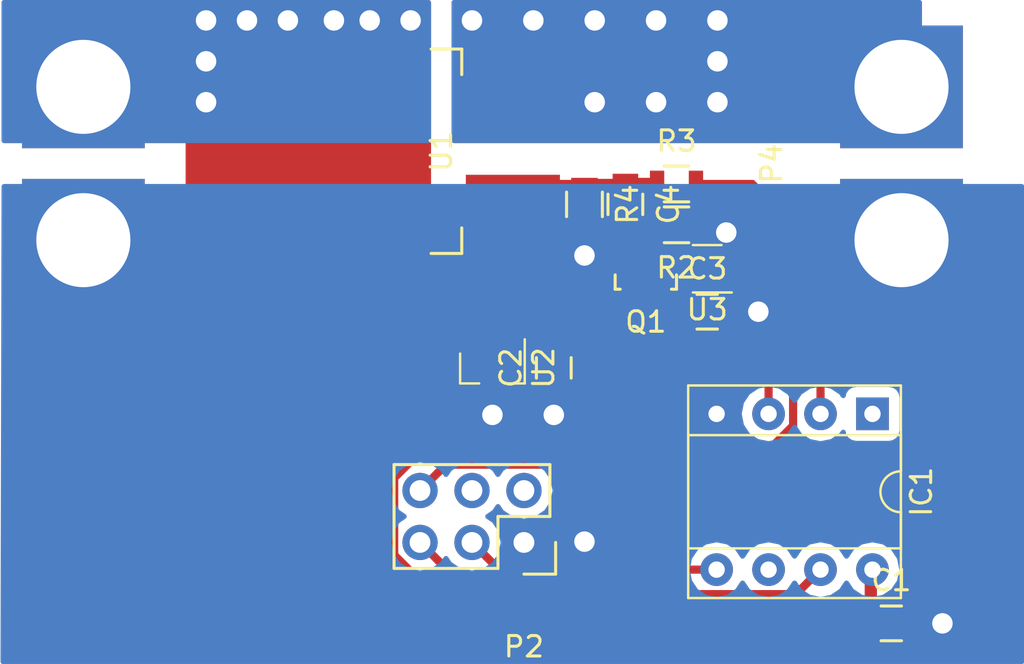
<source format=kicad_pcb>
(kicad_pcb (version 4) (host pcbnew 4.0.4-stable)

  (general
    (links 32)
    (no_connects 13)
    (area 109.675 80.599999 163.000001 114.675)
    (thickness 1.6)
    (drawings 0)
    (tracks 114)
    (zones 0)
    (modules 15)
    (nets 13)
  )

  (page A4)
  (layers
    (0 F.Cu signal)
    (31 B.Cu signal)
    (32 B.Adhes user)
    (33 F.Adhes user)
    (34 B.Paste user)
    (35 F.Paste user)
    (36 B.SilkS user hide)
    (37 F.SilkS user hide)
    (38 B.Mask user)
    (39 F.Mask user)
    (40 Dwgs.User user)
    (41 Cmts.User user)
    (42 Eco1.User user)
    (43 Eco2.User user)
    (44 Edge.Cuts user)
    (45 Margin user)
    (46 B.CrtYd user)
    (47 F.CrtYd user)
    (48 B.Fab user hide)
    (49 F.Fab user hide)
  )

  (setup
    (last_trace_width 0.6)
    (user_trace_width 0.4)
    (user_trace_width 0.5)
    (user_trace_width 0.6)
    (user_trace_width 1)
    (user_trace_width 2)
    (user_trace_width 3)
    (user_trace_width 4)
    (user_trace_width 5)
    (trace_clearance 0.2)
    (zone_clearance 0.508)
    (zone_45_only no)
    (trace_min 0.2)
    (segment_width 0.2)
    (edge_width 0.15)
    (via_size 0.6)
    (via_drill 0.4)
    (via_min_size 0.4)
    (via_min_drill 0.3)
    (user_via 1.4 1)
    (uvia_size 0.3)
    (uvia_drill 0.1)
    (uvias_allowed no)
    (uvia_min_size 0.2)
    (uvia_min_drill 0.1)
    (pcb_text_width 0.3)
    (pcb_text_size 1.5 1.5)
    (mod_edge_width 0.15)
    (mod_text_size 1 1)
    (mod_text_width 0.15)
    (pad_size 1.524 1.524)
    (pad_drill 0.762)
    (pad_to_mask_clearance 0.2)
    (aux_axis_origin 0 0)
    (visible_elements 7FFFFFFF)
    (pcbplotparams
      (layerselection 0x01000_00000001)
      (usegerberextensions false)
      (excludeedgelayer true)
      (linewidth 0.100000)
      (plotframeref false)
      (viasonmask false)
      (mode 1)
      (useauxorigin false)
      (hpglpennumber 1)
      (hpglpenspeed 20)
      (hpglpendiameter 15)
      (hpglpenoverlay 2)
      (psnegative false)
      (psa4output false)
      (plotreference true)
      (plotvalue true)
      (plotinvisibletext false)
      (padsonsilk false)
      (subtractmaskfromsilk false)
      (outputformat 1)
      (mirror false)
      (drillshape 0)
      (scaleselection 1)
      (outputdirectory ../../../../media/mdh/KINGSTON/))
  )

  (net 0 "")
  (net 1 "Net-(Q1-Pad1)")
  (net 2 GND)
  (net 3 VCC)
  (net 4 /Out)
  (net 5 /IN)
  (net 6 /Ifb)
  (net 7 /SDA)
  (net 8 "Net-(IC1-Pad2)")
  (net 9 "Net-(IC1-Pad3)")
  (net 10 /SCL)
  (net 11 +5V)
  (net 12 /ENB)

  (net_class Default "This is the default net class."
    (clearance 0.2)
    (trace_width 0.25)
    (via_dia 0.6)
    (via_drill 0.4)
    (uvia_dia 0.3)
    (uvia_drill 0.1)
    (add_net +5V)
    (add_net /ENB)
    (add_net /IN)
    (add_net /Ifb)
    (add_net /Out)
    (add_net /SCL)
    (add_net /SDA)
    (add_net GND)
    (add_net "Net-(IC1-Pad2)")
    (add_net "Net-(IC1-Pad3)")
    (add_net "Net-(Q1-Pad1)")
    (add_net VCC)
  )

  (net_class BigVia ""
    (clearance 0.2)
    (trace_width 0.25)
    (via_dia 1.2)
    (via_drill 1)
    (uvia_dia 0.3)
    (uvia_drill 0.1)
  )

  (module Housings_DIP:DIP-8_W7.62mm_Socket (layer F.Cu) (tedit 586281B4) (tstamp 58769256)
    (at 155.58 101.25 270)
    (descr "8-lead dip package, row spacing 7.62 mm (300 mils), Socket")
    (tags "DIL DIP PDIP 2.54mm 7.62mm 300mil Socket")
    (path /5876925D)
    (fp_text reference IC1 (at 3.81 -2.39 270) (layer F.SilkS)
      (effects (font (size 1 1) (thickness 0.15)))
    )
    (fp_text value ATTINY45-P (at 3.81 10.01 270) (layer F.Fab)
      (effects (font (size 1 1) (thickness 0.15)))
    )
    (fp_arc (start 3.81 -1.39) (end 2.81 -1.39) (angle -180) (layer F.SilkS) (width 0.12))
    (fp_line (start 1.635 -1.27) (end 6.985 -1.27) (layer F.Fab) (width 0.1))
    (fp_line (start 6.985 -1.27) (end 6.985 8.89) (layer F.Fab) (width 0.1))
    (fp_line (start 6.985 8.89) (end 0.635 8.89) (layer F.Fab) (width 0.1))
    (fp_line (start 0.635 8.89) (end 0.635 -0.27) (layer F.Fab) (width 0.1))
    (fp_line (start 0.635 -0.27) (end 1.635 -1.27) (layer F.Fab) (width 0.1))
    (fp_line (start -1.27 -1.27) (end -1.27 8.89) (layer F.Fab) (width 0.1))
    (fp_line (start -1.27 8.89) (end 8.89 8.89) (layer F.Fab) (width 0.1))
    (fp_line (start 8.89 8.89) (end 8.89 -1.27) (layer F.Fab) (width 0.1))
    (fp_line (start 8.89 -1.27) (end -1.27 -1.27) (layer F.Fab) (width 0.1))
    (fp_line (start 2.81 -1.39) (end 1.04 -1.39) (layer F.SilkS) (width 0.12))
    (fp_line (start 1.04 -1.39) (end 1.04 9.01) (layer F.SilkS) (width 0.12))
    (fp_line (start 1.04 9.01) (end 6.58 9.01) (layer F.SilkS) (width 0.12))
    (fp_line (start 6.58 9.01) (end 6.58 -1.39) (layer F.SilkS) (width 0.12))
    (fp_line (start 6.58 -1.39) (end 4.81 -1.39) (layer F.SilkS) (width 0.12))
    (fp_line (start -1.39 -1.39) (end -1.39 9.01) (layer F.SilkS) (width 0.12))
    (fp_line (start -1.39 9.01) (end 9.01 9.01) (layer F.SilkS) (width 0.12))
    (fp_line (start 9.01 9.01) (end 9.01 -1.39) (layer F.SilkS) (width 0.12))
    (fp_line (start 9.01 -1.39) (end -1.39 -1.39) (layer F.SilkS) (width 0.12))
    (fp_line (start -1.7 -1.7) (end -1.7 9.3) (layer F.CrtYd) (width 0.05))
    (fp_line (start -1.7 9.3) (end 9.3 9.3) (layer F.CrtYd) (width 0.05))
    (fp_line (start 9.3 9.3) (end 9.3 -1.7) (layer F.CrtYd) (width 0.05))
    (fp_line (start 9.3 -1.7) (end -1.7 -1.7) (layer F.CrtYd) (width 0.05))
    (pad 1 thru_hole rect (at 0 0 270) (size 1.6 1.6) (drill 0.8) (layers *.Cu *.Mask))
    (pad 5 thru_hole oval (at 7.62 7.62 270) (size 1.6 1.6) (drill 0.8) (layers *.Cu *.Mask)
      (net 7 /SDA))
    (pad 2 thru_hole oval (at 0 2.54 270) (size 1.6 1.6) (drill 0.8) (layers *.Cu *.Mask)
      (net 8 "Net-(IC1-Pad2)"))
    (pad 6 thru_hole oval (at 7.62 5.08 270) (size 1.6 1.6) (drill 0.8) (layers *.Cu *.Mask))
    (pad 3 thru_hole oval (at 0 5.08 270) (size 1.6 1.6) (drill 0.8) (layers *.Cu *.Mask)
      (net 9 "Net-(IC1-Pad3)"))
    (pad 7 thru_hole oval (at 7.62 2.54 270) (size 1.6 1.6) (drill 0.8) (layers *.Cu *.Mask)
      (net 10 /SCL))
    (pad 4 thru_hole oval (at 0 7.62 270) (size 1.6 1.6) (drill 0.8) (layers *.Cu *.Mask)
      (net 2 GND))
    (pad 8 thru_hole oval (at 7.62 0 270) (size 1.6 1.6) (drill 0.8) (layers *.Cu *.Mask)
      (net 11 +5V))
    (model Housings_DIP.3dshapes/DIP-8_W7.62mm_Socket.wrl
      (at (xyz 0 0 0))
      (scale (xyz 1 1 1))
      (rotate (xyz 0 0 0))
    )
  )

  (module TO_SOT_Packages_SMD:SOT-23 (layer F.Cu) (tedit 553634F8) (tstamp 58357220)
    (at 144.5 94.5 180)
    (descr "SOT-23, Standard")
    (tags SOT-23)
    (path /587679DC)
    (attr smd)
    (fp_text reference Q1 (at 0 -2.25 180) (layer F.SilkS)
      (effects (font (size 1 1) (thickness 0.15)))
    )
    (fp_text value BSS138 (at 0 2.3 180) (layer F.Fab)
      (effects (font (size 1 1) (thickness 0.15)))
    )
    (fp_line (start -1.65 -1.6) (end 1.65 -1.6) (layer F.CrtYd) (width 0.05))
    (fp_line (start 1.65 -1.6) (end 1.65 1.6) (layer F.CrtYd) (width 0.05))
    (fp_line (start 1.65 1.6) (end -1.65 1.6) (layer F.CrtYd) (width 0.05))
    (fp_line (start -1.65 1.6) (end -1.65 -1.6) (layer F.CrtYd) (width 0.05))
    (fp_line (start 1.29916 -0.65024) (end 1.2509 -0.65024) (layer F.SilkS) (width 0.15))
    (fp_line (start -1.49982 0.0508) (end -1.49982 -0.65024) (layer F.SilkS) (width 0.15))
    (fp_line (start -1.49982 -0.65024) (end -1.2509 -0.65024) (layer F.SilkS) (width 0.15))
    (fp_line (start 1.29916 -0.65024) (end 1.49982 -0.65024) (layer F.SilkS) (width 0.15))
    (fp_line (start 1.49982 -0.65024) (end 1.49982 0.0508) (layer F.SilkS) (width 0.15))
    (pad 1 smd rect (at -0.95 1.00076 180) (size 0.8001 0.8001) (layers F.Cu F.Paste F.Mask)
      (net 1 "Net-(Q1-Pad1)"))
    (pad 2 smd rect (at 0.95 1.00076 180) (size 0.8001 0.8001) (layers F.Cu F.Paste F.Mask)
      (net 2 GND))
    (pad 3 smd rect (at 0 -0.99822 180) (size 0.8001 0.8001) (layers F.Cu F.Paste F.Mask)
      (net 5 /IN))
    (model TO_SOT_Packages_SMD.3dshapes/SOT-23.wrl
      (at (xyz 0 0 0))
      (scale (xyz 1 1 1))
      (rotate (xyz 0 0 0))
    )
  )

  (module Resistors_SMD:R_0805 (layer F.Cu) (tedit 58307B54) (tstamp 58767DFB)
    (at 146 92 180)
    (descr "Resistor SMD 0805, reflow soldering, Vishay (see dcrcw.pdf)")
    (tags "resistor 0805")
    (path /583570F7)
    (attr smd)
    (fp_text reference R2 (at 0 -2.1 180) (layer F.SilkS)
      (effects (font (size 1 1) (thickness 0.15)))
    )
    (fp_text value 4.7k (at 0 2.1 180) (layer F.Fab)
      (effects (font (size 1 1) (thickness 0.15)))
    )
    (fp_line (start -1 0.625) (end -1 -0.625) (layer F.Fab) (width 0.1))
    (fp_line (start 1 0.625) (end -1 0.625) (layer F.Fab) (width 0.1))
    (fp_line (start 1 -0.625) (end 1 0.625) (layer F.Fab) (width 0.1))
    (fp_line (start -1 -0.625) (end 1 -0.625) (layer F.Fab) (width 0.1))
    (fp_line (start -1.6 -1) (end 1.6 -1) (layer F.CrtYd) (width 0.05))
    (fp_line (start -1.6 1) (end 1.6 1) (layer F.CrtYd) (width 0.05))
    (fp_line (start -1.6 -1) (end -1.6 1) (layer F.CrtYd) (width 0.05))
    (fp_line (start 1.6 -1) (end 1.6 1) (layer F.CrtYd) (width 0.05))
    (fp_line (start 0.6 0.875) (end -0.6 0.875) (layer F.SilkS) (width 0.15))
    (fp_line (start -0.6 -0.875) (end 0.6 -0.875) (layer F.SilkS) (width 0.15))
    (pad 1 smd rect (at -0.95 0 180) (size 0.7 1.3) (layers F.Cu F.Paste F.Mask)
      (net 1 "Net-(Q1-Pad1)"))
    (pad 2 smd rect (at 0.95 0 180) (size 0.7 1.3) (layers F.Cu F.Paste F.Mask)
      (net 2 GND))
    (model Resistors_SMD.3dshapes/R_0805.wrl
      (at (xyz 0 0 0))
      (scale (xyz 1 1 1))
      (rotate (xyz 0 0 0))
    )
  )

  (module Resistors_SMD:R_0805 (layer F.Cu) (tedit 58307B54) (tstamp 58767E00)
    (at 146 90)
    (descr "Resistor SMD 0805, reflow soldering, Vishay (see dcrcw.pdf)")
    (tags "resistor 0805")
    (path /58357DFE)
    (attr smd)
    (fp_text reference R3 (at 0 -2.1) (layer F.SilkS)
      (effects (font (size 1 1) (thickness 0.15)))
    )
    (fp_text value 10k (at 0 2.1) (layer F.Fab)
      (effects (font (size 1 1) (thickness 0.15)))
    )
    (fp_line (start -1 0.625) (end -1 -0.625) (layer F.Fab) (width 0.1))
    (fp_line (start 1 0.625) (end -1 0.625) (layer F.Fab) (width 0.1))
    (fp_line (start 1 -0.625) (end 1 0.625) (layer F.Fab) (width 0.1))
    (fp_line (start -1 -0.625) (end 1 -0.625) (layer F.Fab) (width 0.1))
    (fp_line (start -1.6 -1) (end 1.6 -1) (layer F.CrtYd) (width 0.05))
    (fp_line (start -1.6 1) (end 1.6 1) (layer F.CrtYd) (width 0.05))
    (fp_line (start -1.6 -1) (end -1.6 1) (layer F.CrtYd) (width 0.05))
    (fp_line (start 1.6 -1) (end 1.6 1) (layer F.CrtYd) (width 0.05))
    (fp_line (start 0.6 0.875) (end -0.6 0.875) (layer F.SilkS) (width 0.15))
    (fp_line (start -0.6 -0.875) (end 0.6 -0.875) (layer F.SilkS) (width 0.15))
    (pad 1 smd rect (at -0.95 0) (size 0.7 1.3) (layers F.Cu F.Paste F.Mask)
      (net 6 /Ifb))
    (pad 2 smd rect (at 0.95 0) (size 0.7 1.3) (layers F.Cu F.Paste F.Mask)
      (net 8 "Net-(IC1-Pad2)"))
    (model Resistors_SMD.3dshapes/R_0805.wrl
      (at (xyz 0 0 0))
      (scale (xyz 1 1 1))
      (rotate (xyz 0 0 0))
    )
  )

  (module Resistors_SMD:R_0805 (layer F.Cu) (tedit 58307B54) (tstamp 58767E05)
    (at 141.5 91 270)
    (descr "Resistor SMD 0805, reflow soldering, Vishay (see dcrcw.pdf)")
    (tags "resistor 0805")
    (path /58357C8A)
    (attr smd)
    (fp_text reference R4 (at 0 -2.1 270) (layer F.SilkS)
      (effects (font (size 1 1) (thickness 0.15)))
    )
    (fp_text value 3.3k (at 0 2.1 270) (layer F.Fab)
      (effects (font (size 1 1) (thickness 0.15)))
    )
    (fp_line (start -1 0.625) (end -1 -0.625) (layer F.Fab) (width 0.1))
    (fp_line (start 1 0.625) (end -1 0.625) (layer F.Fab) (width 0.1))
    (fp_line (start 1 -0.625) (end 1 0.625) (layer F.Fab) (width 0.1))
    (fp_line (start -1 -0.625) (end 1 -0.625) (layer F.Fab) (width 0.1))
    (fp_line (start -1.6 -1) (end 1.6 -1) (layer F.CrtYd) (width 0.05))
    (fp_line (start -1.6 1) (end 1.6 1) (layer F.CrtYd) (width 0.05))
    (fp_line (start -1.6 -1) (end -1.6 1) (layer F.CrtYd) (width 0.05))
    (fp_line (start 1.6 -1) (end 1.6 1) (layer F.CrtYd) (width 0.05))
    (fp_line (start 0.6 0.875) (end -0.6 0.875) (layer F.SilkS) (width 0.15))
    (fp_line (start -0.6 -0.875) (end 0.6 -0.875) (layer F.SilkS) (width 0.15))
    (pad 1 smd rect (at -0.95 0 270) (size 0.7 1.3) (layers F.Cu F.Paste F.Mask)
      (net 6 /Ifb))
    (pad 2 smd rect (at 0.95 0 270) (size 0.7 1.3) (layers F.Cu F.Paste F.Mask)
      (net 2 GND))
    (model Resistors_SMD.3dshapes/R_0805.wrl
      (at (xyz 0 0 0))
      (scale (xyz 1 1 1))
      (rotate (xyz 0 0 0))
    )
  )

  (module KiCad-MDH-IC:TO-263-!3 (layer F.Cu) (tedit 5844163F) (tstamp 58767E0A)
    (at 138 88.4 180)
    (descr "D2PAK / TO-263 3-lead smd package")
    (tags "D2PAK D2PAK-3 TO-263AB TO-263")
    (path /583564EC)
    (attr smd)
    (fp_text reference U1 (at 3.5 0 270) (layer F.SilkS)
      (effects (font (size 1 1) (thickness 0.15)))
    )
    (fp_text value AUIPS7111S (at 15.25 -0.25 270) (layer F.Fab)
      (effects (font (size 1 1) (thickness 0.15)))
    )
    (fp_line (start 14.1 5.65) (end -2.55 5.65) (layer F.CrtYd) (width 0.05))
    (fp_line (start 14.1 -5.65) (end 14.1 5.65) (layer F.CrtYd) (width 0.05))
    (fp_line (start 14.1 -5.65) (end -2.55 -5.65) (layer F.CrtYd) (width 0.05))
    (fp_line (start -2.55 -5.65) (end -2.55 5.65) (layer F.CrtYd) (width 0.05))
    (fp_line (start 2.5 5) (end 2.5 3.75) (layer F.SilkS) (width 0.15))
    (fp_line (start 2.5 5) (end 4 5) (layer F.SilkS) (width 0.15))
    (fp_line (start 2.5 -5) (end 4 -5) (layer F.SilkS) (width 0.15))
    (fp_line (start 2.5 -5) (end 2.5 -3.75) (layer F.SilkS) (width 0.15))
    (pad 5 smd rect (at 0 3.4 180) (size 4.6 1.1) (layers F.Cu F.Paste F.Mask)
      (net 4 /Out))
    (pad 4 smd rect (at 0 1.7 180) (size 4.6 1.1) (layers F.Cu F.Paste F.Mask)
      (net 4 /Out))
    (pad 2 smd rect (at 0 -1.7 180) (size 4.6 1.1) (layers F.Cu F.Paste F.Mask)
      (net 6 /Ifb))
    (pad 3 smd rect (at 9.15 0 180) (size 9.4 10.8) (layers F.Cu F.Paste F.Mask)
      (net 3 VCC))
    (pad 1 smd rect (at 0 -3.4 180) (size 4.6 1.1) (layers F.Cu F.Paste F.Mask)
      (net 5 /IN))
    (model TO_SOT_Packages_SMD.3dshapes/TO-263-5Lead.wrl
      (at (xyz 0 0 0))
      (scale (xyz 1 1 1))
      (rotate (xyz 0 0 90))
    )
  )

  (module KiCad-MDH-Connectors:XT60 (layer F.Cu) (tedit 581F53A9) (tstamp 587680CE)
    (at 117 89 90)
    (tags "XT60 conn")
    (path /58768166)
    (fp_text reference P1 (at 0 -6.35 90) (layer F.SilkS)
      (effects (font (size 1 1) (thickness 0.15)))
    )
    (fp_text value CONN_XT60 (at 0.06 -5 90) (layer F.Fab)
      (effects (font (size 1 1) (thickness 0.15)))
    )
    (fp_line (start -8.25 2) (end -8.25 -2) (layer Dwgs.User) (width 0.15))
    (fp_line (start -8.25 2) (end -6.25 4) (layer Dwgs.User) (width 0.15))
    (fp_line (start -8.25 -2) (end -6.25 -4) (layer Dwgs.User) (width 0.15))
    (fp_line (start 7.75 4) (end -6.25 4) (layer Dwgs.User) (width 0.15))
    (fp_line (start -6.25 -4) (end 7.75 -4) (layer Dwgs.User) (width 0.15))
    (fp_line (start 7.75 4) (end 7.75 -4) (layer Dwgs.User) (width 0.15))
    (pad 1 thru_hole rect (at -3.75 0 90) (size 6 6) (drill 4.6) (layers *.Cu *.Mask)
      (net 2 GND))
    (pad 2 thru_hole rect (at 3.75 0 90) (size 6 6) (drill 4.6) (layers *.Cu *.Mask)
      (net 3 VCC))
  )

  (module KiCad-MDH-Connectors:XT60 (layer F.Cu) (tedit 581F53A9) (tstamp 58768238)
    (at 157 89 90)
    (tags "XT60 conn")
    (path /587684EE)
    (fp_text reference P4 (at 0 -6.35 90) (layer F.SilkS)
      (effects (font (size 1 1) (thickness 0.15)))
    )
    (fp_text value CONN_XT60 (at 0.06 -5 90) (layer F.Fab)
      (effects (font (size 1 1) (thickness 0.15)))
    )
    (fp_line (start -8.25 2) (end -8.25 -2) (layer Dwgs.User) (width 0.15))
    (fp_line (start -8.25 2) (end -6.25 4) (layer Dwgs.User) (width 0.15))
    (fp_line (start -8.25 -2) (end -6.25 -4) (layer Dwgs.User) (width 0.15))
    (fp_line (start 7.75 4) (end -6.25 4) (layer Dwgs.User) (width 0.15))
    (fp_line (start -6.25 -4) (end 7.75 -4) (layer Dwgs.User) (width 0.15))
    (fp_line (start 7.75 4) (end 7.75 -4) (layer Dwgs.User) (width 0.15))
    (pad 1 thru_hole rect (at -3.75 0 90) (size 6 6) (drill 4.6) (layers *.Cu *.Mask)
      (net 2 GND))
    (pad 2 thru_hole rect (at 3.75 0 90) (size 6 6) (drill 4.6) (layers *.Cu *.Mask)
      (net 4 /Out))
  )

  (module Capacitors_SMD:C_0805 (layer F.Cu) (tedit 5415D6EA) (tstamp 5876924A)
    (at 156.5 111.5)
    (descr "Capacitor SMD 0805, reflow soldering, AVX (see smccp.pdf)")
    (tags "capacitor 0805")
    (path /58769A60)
    (attr smd)
    (fp_text reference C1 (at 0 -2.1) (layer F.SilkS)
      (effects (font (size 1 1) (thickness 0.15)))
    )
    (fp_text value 10uF (at 0 2.1) (layer F.Fab)
      (effects (font (size 1 1) (thickness 0.15)))
    )
    (fp_line (start -1 0.625) (end -1 -0.625) (layer F.Fab) (width 0.15))
    (fp_line (start 1 0.625) (end -1 0.625) (layer F.Fab) (width 0.15))
    (fp_line (start 1 -0.625) (end 1 0.625) (layer F.Fab) (width 0.15))
    (fp_line (start -1 -0.625) (end 1 -0.625) (layer F.Fab) (width 0.15))
    (fp_line (start -1.8 -1) (end 1.8 -1) (layer F.CrtYd) (width 0.05))
    (fp_line (start -1.8 1) (end 1.8 1) (layer F.CrtYd) (width 0.05))
    (fp_line (start -1.8 -1) (end -1.8 1) (layer F.CrtYd) (width 0.05))
    (fp_line (start 1.8 -1) (end 1.8 1) (layer F.CrtYd) (width 0.05))
    (fp_line (start 0.5 -0.85) (end -0.5 -0.85) (layer F.SilkS) (width 0.15))
    (fp_line (start -0.5 0.85) (end 0.5 0.85) (layer F.SilkS) (width 0.15))
    (pad 1 smd rect (at -1 0) (size 1 1.25) (layers F.Cu F.Paste F.Mask)
      (net 11 +5V))
    (pad 2 smd rect (at 1 0) (size 1 1.25) (layers F.Cu F.Paste F.Mask)
      (net 2 GND))
    (model Capacitors_SMD.3dshapes/C_0805.wrl
      (at (xyz 0 0 0))
      (scale (xyz 1 1 1))
      (rotate (xyz 0 0 0))
    )
  )

  (module TO_SOT_Packages_SMD:SOT-23 (layer F.Cu) (tedit 583F39EB) (tstamp 5876925D)
    (at 137 99 270)
    (descr "SOT-23, Standard")
    (tags SOT-23)
    (path /587697D2)
    (attr smd)
    (fp_text reference U2 (at 0 -2.5 270) (layer F.SilkS)
      (effects (font (size 1 1) (thickness 0.15)))
    )
    (fp_text value LM3480-5.0 (at 0 2.5 270) (layer F.Fab)
      (effects (font (size 1 1) (thickness 0.15)))
    )
    (fp_line (start 0.76 1.58) (end 0.76 0.65) (layer F.SilkS) (width 0.12))
    (fp_line (start 0.76 -1.58) (end 0.76 -0.65) (layer F.SilkS) (width 0.12))
    (fp_line (start 0.7 -1.52) (end 0.7 1.52) (layer F.Fab) (width 0.15))
    (fp_line (start -0.7 1.52) (end 0.7 1.52) (layer F.Fab) (width 0.15))
    (fp_line (start -1.7 -1.75) (end 1.7 -1.75) (layer F.CrtYd) (width 0.05))
    (fp_line (start 1.7 -1.75) (end 1.7 1.75) (layer F.CrtYd) (width 0.05))
    (fp_line (start 1.7 1.75) (end -1.7 1.75) (layer F.CrtYd) (width 0.05))
    (fp_line (start -1.7 1.75) (end -1.7 -1.75) (layer F.CrtYd) (width 0.05))
    (fp_line (start 0.76 -1.58) (end -1.4 -1.58) (layer F.SilkS) (width 0.12))
    (fp_line (start -0.7 -1.52) (end 0.7 -1.52) (layer F.Fab) (width 0.15))
    (fp_line (start -0.7 -1.52) (end -0.7 1.52) (layer F.Fab) (width 0.15))
    (fp_line (start 0.76 1.58) (end -0.7 1.58) (layer F.SilkS) (width 0.12))
    (pad 1 smd rect (at -1 -0.95 270) (size 0.9 0.8) (layers F.Cu F.Paste F.Mask)
      (net 11 +5V))
    (pad 2 smd rect (at -1 0.95 270) (size 0.9 0.8) (layers F.Cu F.Paste F.Mask)
      (net 3 VCC))
    (pad 3 smd rect (at 1 0 270) (size 0.9 0.8) (layers F.Cu F.Paste F.Mask)
      (net 2 GND))
    (model TO_SOT_Packages_SMD.3dshapes/SOT-23.wrl
      (at (xyz 0 0 0))
      (scale (xyz 1 1 1))
      (rotate (xyz 0 0 90))
    )
  )

  (module Capacitors_SMD:C_0805 (layer F.Cu) (tedit 5415D6EA) (tstamp 587697D6)
    (at 140 99 90)
    (descr "Capacitor SMD 0805, reflow soldering, AVX (see smccp.pdf)")
    (tags "capacitor 0805")
    (path /5876D99E)
    (attr smd)
    (fp_text reference C2 (at 0 -2.1 90) (layer F.SilkS)
      (effects (font (size 1 1) (thickness 0.15)))
    )
    (fp_text value 10uF (at 0 2.1 90) (layer F.Fab)
      (effects (font (size 1 1) (thickness 0.15)))
    )
    (fp_line (start -1 0.625) (end -1 -0.625) (layer F.Fab) (width 0.15))
    (fp_line (start 1 0.625) (end -1 0.625) (layer F.Fab) (width 0.15))
    (fp_line (start 1 -0.625) (end 1 0.625) (layer F.Fab) (width 0.15))
    (fp_line (start -1 -0.625) (end 1 -0.625) (layer F.Fab) (width 0.15))
    (fp_line (start -1.8 -1) (end 1.8 -1) (layer F.CrtYd) (width 0.05))
    (fp_line (start -1.8 1) (end 1.8 1) (layer F.CrtYd) (width 0.05))
    (fp_line (start -1.8 -1) (end -1.8 1) (layer F.CrtYd) (width 0.05))
    (fp_line (start 1.8 -1) (end 1.8 1) (layer F.CrtYd) (width 0.05))
    (fp_line (start 0.5 -0.85) (end -0.5 -0.85) (layer F.SilkS) (width 0.15))
    (fp_line (start -0.5 0.85) (end 0.5 0.85) (layer F.SilkS) (width 0.15))
    (pad 1 smd rect (at -1 0 90) (size 1 1.25) (layers F.Cu F.Paste F.Mask)
      (net 2 GND))
    (pad 2 smd rect (at 1 0 90) (size 1 1.25) (layers F.Cu F.Paste F.Mask)
      (net 11 +5V))
    (model Capacitors_SMD.3dshapes/C_0805.wrl
      (at (xyz 0 0 0))
      (scale (xyz 1 1 1))
      (rotate (xyz 0 0 0))
    )
  )

  (module Capacitors_SMD:C_0805 (layer F.Cu) (tedit 5415D6EA) (tstamp 587697DC)
    (at 147.5 96.25)
    (descr "Capacitor SMD 0805, reflow soldering, AVX (see smccp.pdf)")
    (tags "capacitor 0805")
    (path /5876D639)
    (attr smd)
    (fp_text reference C3 (at 0 -2.1) (layer F.SilkS)
      (effects (font (size 1 1) (thickness 0.15)))
    )
    (fp_text value 10uF (at 0 2.1) (layer F.Fab)
      (effects (font (size 1 1) (thickness 0.15)))
    )
    (fp_line (start -1 0.625) (end -1 -0.625) (layer F.Fab) (width 0.15))
    (fp_line (start 1 0.625) (end -1 0.625) (layer F.Fab) (width 0.15))
    (fp_line (start 1 -0.625) (end 1 0.625) (layer F.Fab) (width 0.15))
    (fp_line (start -1 -0.625) (end 1 -0.625) (layer F.Fab) (width 0.15))
    (fp_line (start -1.8 -1) (end 1.8 -1) (layer F.CrtYd) (width 0.05))
    (fp_line (start -1.8 1) (end 1.8 1) (layer F.CrtYd) (width 0.05))
    (fp_line (start -1.8 -1) (end -1.8 1) (layer F.CrtYd) (width 0.05))
    (fp_line (start 1.8 -1) (end 1.8 1) (layer F.CrtYd) (width 0.05))
    (fp_line (start 0.5 -0.85) (end -0.5 -0.85) (layer F.SilkS) (width 0.15))
    (fp_line (start -0.5 0.85) (end 0.5 0.85) (layer F.SilkS) (width 0.15))
    (pad 1 smd rect (at -1 0) (size 1 1.25) (layers F.Cu F.Paste F.Mask)
      (net 11 +5V))
    (pad 2 smd rect (at 1 0) (size 1 1.25) (layers F.Cu F.Paste F.Mask)
      (net 2 GND))
    (model Capacitors_SMD.3dshapes/C_0805.wrl
      (at (xyz 0 0 0))
      (scale (xyz 1 1 1))
      (rotate (xyz 0 0 0))
    )
  )

  (module Socket_Strips:Socket_Strip_Straight_2x03 (layer F.Cu) (tedit 54E9F9C7) (tstamp 587697E6)
    (at 138.54 107.54 180)
    (descr "Through hole socket strip")
    (tags "socket strip")
    (path /5876EB68)
    (fp_text reference P2 (at 0 -5.1 180) (layer F.SilkS)
      (effects (font (size 1 1) (thickness 0.15)))
    )
    (fp_text value CONN_02X03 (at 0 -3.1 180) (layer F.Fab)
      (effects (font (size 1 1) (thickness 0.15)))
    )
    (fp_line (start 6.35 -1.27) (end 1.27 -1.27) (layer F.SilkS) (width 0.15))
    (fp_line (start -1.55 -1.55) (end 0 -1.55) (layer F.SilkS) (width 0.15))
    (fp_line (start -1.75 -1.75) (end -1.75 4.3) (layer F.CrtYd) (width 0.05))
    (fp_line (start 6.85 -1.75) (end 6.85 4.3) (layer F.CrtYd) (width 0.05))
    (fp_line (start -1.75 -1.75) (end 6.85 -1.75) (layer F.CrtYd) (width 0.05))
    (fp_line (start -1.75 4.3) (end 6.85 4.3) (layer F.CrtYd) (width 0.05))
    (fp_line (start -1.27 1.27) (end 1.27 1.27) (layer F.SilkS) (width 0.15))
    (fp_line (start 1.27 1.27) (end 1.27 -1.27) (layer F.SilkS) (width 0.15))
    (fp_line (start 6.35 -1.27) (end 6.35 3.81) (layer F.SilkS) (width 0.15))
    (fp_line (start 6.35 3.81) (end 1.27 3.81) (layer F.SilkS) (width 0.15))
    (fp_line (start -1.55 -1.55) (end -1.55 0) (layer F.SilkS) (width 0.15))
    (fp_line (start -1.27 3.81) (end -1.27 1.27) (layer F.SilkS) (width 0.15))
    (fp_line (start 1.27 3.81) (end -1.27 3.81) (layer F.SilkS) (width 0.15))
    (pad 1 thru_hole rect (at 0 0 180) (size 1.7272 1.7272) (drill 1.016) (layers *.Cu *.Mask)
      (net 2 GND))
    (pad 2 thru_hole oval (at 0 2.54 180) (size 1.7272 1.7272) (drill 1.016) (layers *.Cu *.Mask))
    (pad 3 thru_hole oval (at 2.54 0 180) (size 1.7272 1.7272) (drill 1.016) (layers *.Cu *.Mask)
      (net 7 /SDA))
    (pad 4 thru_hole oval (at 2.54 2.54 180) (size 1.7272 1.7272) (drill 1.016) (layers *.Cu *.Mask))
    (pad 5 thru_hole oval (at 5.08 0 180) (size 1.7272 1.7272) (drill 1.016) (layers *.Cu *.Mask)
      (net 10 /SCL))
    (pad 6 thru_hole oval (at 5.08 2.54 180) (size 1.7272 1.7272) (drill 1.016) (layers *.Cu *.Mask)
      (net 12 /ENB))
    (model Socket_Strips.3dshapes/Socket_Strip_Straight_2x03.wrl
      (at (xyz 0.1 -0.05 0))
      (scale (xyz 1 1 1))
      (rotate (xyz 0 0 180))
    )
  )

  (module TO_SOT_Packages_SMD:SOT-353 (layer F.Cu) (tedit 583F3CBD) (tstamp 587697EF)
    (at 147.5 94.15 180)
    (descr SOT353)
    (path /5876AB47)
    (attr smd)
    (fp_text reference U3 (at 0 -2 180) (layer F.SilkS)
      (effects (font (size 1 1) (thickness 0.15)))
    )
    (fp_text value 74LVC1G08 (at 0 2.25 360) (layer F.Fab)
      (effects (font (size 1 1) (thickness 0.15)))
    )
    (fp_line (start 0.7 -1.16) (end -1.2 -1.16) (layer F.SilkS) (width 0.12))
    (fp_line (start -0.7 1.16) (end 0.7 1.16) (layer F.SilkS) (width 0.12))
    (fp_line (start 1.5 1.35) (end 1.5 -1.35) (layer F.CrtYd) (width 0.05))
    (fp_line (start -1.5 -1.35) (end -1.5 1.35) (layer F.CrtYd) (width 0.05))
    (fp_line (start -1.5 -1.35) (end 1.5 -1.35) (layer F.CrtYd) (width 0.05))
    (fp_line (start 0.675 -1.1) (end -0.675 -1.1) (layer F.Fab) (width 0.15))
    (fp_line (start -0.675 -1.1) (end -0.675 1.1) (layer F.Fab) (width 0.15))
    (fp_line (start -1.5 1.35) (end 1.5 1.35) (layer F.CrtYd) (width 0.05))
    (fp_line (start 0.675 -1.1) (end 0.675 1.1) (layer F.Fab) (width 0.15))
    (fp_line (start 0.675 1.1) (end -0.675 1.1) (layer F.Fab) (width 0.15))
    (pad 1 smd rect (at -0.95 -0.65 180) (size 0.6 0.42) (layers F.Cu F.Paste F.Mask)
      (net 9 "Net-(IC1-Pad3)"))
    (pad 3 smd rect (at -0.95 0.65 180) (size 0.6 0.42) (layers F.Cu F.Paste F.Mask)
      (net 2 GND))
    (pad 5 smd rect (at 0.95 -0.65 180) (size 0.6 0.42) (layers F.Cu F.Paste F.Mask)
      (net 11 +5V))
    (pad 2 smd rect (at -0.95 0 180) (size 0.6 0.42) (layers F.Cu F.Paste F.Mask)
      (net 12 /ENB))
    (pad 4 smd rect (at 0.95 0.65 180) (size 0.6 0.42) (layers F.Cu F.Paste F.Mask)
      (net 1 "Net-(Q1-Pad1)"))
    (model TO_SOT_Packages_SMD.3dshapes/SOT-353.wrl
      (at (xyz 0 0 0))
      (scale (xyz 0.07000000000000001 0.09 0.08))
      (rotate (xyz 0 0 90))
    )
  )

  (module Capacitors_SMD:C_0805 (layer F.Cu) (tedit 5415D6EA) (tstamp 587698B7)
    (at 143.5 91 270)
    (descr "Capacitor SMD 0805, reflow soldering, AVX (see smccp.pdf)")
    (tags "capacitor 0805")
    (path /5876FC10)
    (attr smd)
    (fp_text reference C4 (at 0 -2.1 270) (layer F.SilkS)
      (effects (font (size 1 1) (thickness 0.15)))
    )
    (fp_text value C (at 0 2.1 270) (layer F.Fab)
      (effects (font (size 1 1) (thickness 0.15)))
    )
    (fp_line (start -1 0.625) (end -1 -0.625) (layer F.Fab) (width 0.15))
    (fp_line (start 1 0.625) (end -1 0.625) (layer F.Fab) (width 0.15))
    (fp_line (start 1 -0.625) (end 1 0.625) (layer F.Fab) (width 0.15))
    (fp_line (start -1 -0.625) (end 1 -0.625) (layer F.Fab) (width 0.15))
    (fp_line (start -1.8 -1) (end 1.8 -1) (layer F.CrtYd) (width 0.05))
    (fp_line (start -1.8 1) (end 1.8 1) (layer F.CrtYd) (width 0.05))
    (fp_line (start -1.8 -1) (end -1.8 1) (layer F.CrtYd) (width 0.05))
    (fp_line (start 1.8 -1) (end 1.8 1) (layer F.CrtYd) (width 0.05))
    (fp_line (start 0.5 -0.85) (end -0.5 -0.85) (layer F.SilkS) (width 0.15))
    (fp_line (start -0.5 0.85) (end 0.5 0.85) (layer F.SilkS) (width 0.15))
    (pad 1 smd rect (at -1 0 270) (size 1 1.25) (layers F.Cu F.Paste F.Mask)
      (net 6 /Ifb))
    (pad 2 smd rect (at 1 0 270) (size 1 1.25) (layers F.Cu F.Paste F.Mask)
      (net 2 GND))
    (model Capacitors_SMD.3dshapes/C_0805.wrl
      (at (xyz 0 0 0))
      (scale (xyz 1 1 1))
      (rotate (xyz 0 0 0))
    )
  )

  (segment (start 145.45 93.49924) (end 146.54924 93.49924) (width 0.4) (layer F.Cu) (net 1))
  (segment (start 146.54924 93.49924) (end 146.55 93.5) (width 0.4) (layer F.Cu) (net 1))
  (segment (start 146.95 92) (end 146.95 93.1) (width 0.4) (layer F.Cu) (net 1))
  (segment (start 146.95 93.1) (end 146.55 93.5) (width 0.4) (layer F.Cu) (net 1))
  (segment (start 137 100) (end 137 101.3) (width 0.6) (layer F.Cu) (net 2))
  (via (at 137 101.3) (size 1.4) (drill 1) (layers F.Cu B.Cu) (net 2))
  (segment (start 140 100) (end 140 101.3) (width 0.6) (layer F.Cu) (net 2))
  (via (at 140 101.3) (size 1.4) (drill 1) (layers F.Cu B.Cu) (net 2))
  (segment (start 157.5 111.5) (end 159 111.5) (width 0.6) (layer F.Cu) (net 2))
  (via (at 159 111.5) (size 1.4) (drill 1) (layers F.Cu B.Cu) (net 2))
  (segment (start 138.54 107.54) (end 141.46 107.54) (width 1) (layer F.Cu) (net 2))
  (segment (start 141.46 107.54) (end 141.5 107.5) (width 1) (layer F.Cu) (net 2))
  (via (at 141.5 107.5) (size 1.4) (drill 1) (layers F.Cu B.Cu) (net 2))
  (segment (start 140 100) (end 137 100) (width 0.6) (layer F.Cu) (net 2))
  (segment (start 150 96.25) (end 148.5 96.25) (width 1) (layer F.Cu) (net 2))
  (via (at 150 96.25) (size 1.4) (drill 1) (layers F.Cu B.Cu) (net 2) (tstamp 58769B97))
  (segment (start 148.45 92.394465) (end 148.432223 92.376688) (width 0.4) (layer F.Cu) (net 2))
  (segment (start 148.45 93.5) (end 148.45 92.394465) (width 0.4) (layer F.Cu) (net 2))
  (via (at 148.432223 92.376688) (size 1.4) (drill 1) (layers F.Cu B.Cu) (net 2))
  (segment (start 141.5 91.95) (end 141.5 93.5) (width 0.6) (layer F.Cu) (net 2))
  (segment (start 143.5 92) (end 145.05 92) (width 0.6) (layer F.Cu) (net 2))
  (segment (start 143.55 93.49924) (end 141.50076 93.49924) (width 0.6) (layer F.Cu) (net 2))
  (via (at 141.5 93.5) (size 1.4) (drill 1) (layers F.Cu B.Cu) (net 2))
  (segment (start 141.50076 93.49924) (end 141.5 93.5) (width 0.6) (layer F.Cu) (net 2))
  (segment (start 143.5 92) (end 143.5 93.44924) (width 0.6) (layer F.Cu) (net 2))
  (segment (start 143.5 93.44924) (end 143.55 93.49924) (width 0.6) (layer F.Cu) (net 2))
  (segment (start 141.5 91.95) (end 143.45 91.95) (width 0.6) (layer F.Cu) (net 2))
  (segment (start 143.45 91.95) (end 143.5 92) (width 0.6) (layer F.Cu) (net 2))
  (segment (start 136.05 98) (end 131.4341 98) (width 0.6) (layer F.Cu) (net 3))
  (segment (start 131.4341 98) (end 128.85 95.4159) (width 0.6) (layer F.Cu) (net 3))
  (segment (start 128.85 95.4159) (end 128.85 88.4) (width 0.6) (layer F.Cu) (net 3))
  (segment (start 123 84) (end 123 86) (width 0.6) (layer B.Cu) (net 3))
  (via (at 123 86) (size 1.2) (drill 1) (layers F.Cu B.Cu) (net 3))
  (segment (start 123 82) (end 123 84) (width 0.6) (layer F.Cu) (net 3))
  (via (at 123 84) (size 1.2) (drill 1) (layers F.Cu B.Cu) (net 3))
  (segment (start 125 82) (end 123 82) (width 0.6) (layer B.Cu) (net 3))
  (via (at 123 82) (size 1.2) (drill 1) (layers F.Cu B.Cu) (net 3))
  (segment (start 127 82) (end 125 82) (width 0.6) (layer F.Cu) (net 3))
  (via (at 125 82) (size 1.2) (drill 1) (layers F.Cu B.Cu) (net 3))
  (segment (start 129.25 82) (end 127 82) (width 0.6) (layer B.Cu) (net 3))
  (via (at 127 82) (size 1.2) (drill 1) (layers F.Cu B.Cu) (net 3))
  (segment (start 131 82) (end 129.25 82) (width 0.6) (layer F.Cu) (net 3))
  (via (at 129.25 82) (size 1.2) (drill 1) (layers F.Cu B.Cu) (net 3))
  (segment (start 133 82) (end 131 82) (width 0.6) (layer B.Cu) (net 3))
  (via (at 131 82) (size 1.2) (drill 1) (layers F.Cu B.Cu) (net 3))
  (segment (start 128.85 88.4) (end 128.85 82.4) (width 0.6) (layer F.Cu) (net 3))
  (segment (start 128.85 82.4) (end 129.25 82) (width 0.6) (layer F.Cu) (net 3))
  (segment (start 129.25 82) (end 133 82) (width 0.6) (layer F.Cu) (net 3))
  (via (at 133 82) (size 1.2) (drill 1) (layers F.Cu B.Cu) (net 3))
  (segment (start 145 86) (end 142 86) (width 0.6) (layer F.Cu) (net 4))
  (via (at 142 86) (size 1.2) (drill 1) (layers F.Cu B.Cu) (net 4))
  (segment (start 148 86) (end 145 86) (width 0.6) (layer B.Cu) (net 4))
  (via (at 145 86) (size 1.2) (drill 1) (layers F.Cu B.Cu) (net 4))
  (segment (start 148 84) (end 148 86) (width 0.6) (layer F.Cu) (net 4))
  (via (at 148 86) (size 1.2) (drill 1) (layers F.Cu B.Cu) (net 4))
  (segment (start 148 82) (end 148 84) (width 0.6) (layer B.Cu) (net 4))
  (via (at 148 84) (size 1.2) (drill 1) (layers F.Cu B.Cu) (net 4))
  (segment (start 145 82) (end 148 82) (width 0.6) (layer F.Cu) (net 4))
  (via (at 148 82) (size 1.2) (drill 1) (layers F.Cu B.Cu) (net 4))
  (segment (start 142 82) (end 145 82) (width 0.6) (layer B.Cu) (net 4))
  (via (at 145 82) (size 1.2) (drill 1) (layers F.Cu B.Cu) (net 4))
  (segment (start 139 82) (end 142 82) (width 0.6) (layer F.Cu) (net 4))
  (via (at 142 82) (size 1.2) (drill 1) (layers F.Cu B.Cu) (net 4))
  (segment (start 136 82) (end 139 82) (width 0.6) (layer B.Cu) (net 4))
  (via (at 139 82) (size 1.2) (drill 1) (layers F.Cu B.Cu) (net 4))
  (segment (start 138 85) (end 138 84) (width 0.6) (layer F.Cu) (net 4))
  (segment (start 138 84) (end 136 82) (width 0.6) (layer F.Cu) (net 4))
  (via (at 136 82) (size 1.2) (drill 1) (layers F.Cu B.Cu) (net 4))
  (segment (start 138 91.8) (end 138 92.95) (width 0.6) (layer F.Cu) (net 5))
  (segment (start 138 92.95) (end 140.54822 95.49822) (width 0.6) (layer F.Cu) (net 5))
  (segment (start 140.54822 95.49822) (end 143.49995 95.49822) (width 0.6) (layer F.Cu) (net 5))
  (segment (start 143.49995 95.49822) (end 144.5 95.49822) (width 0.6) (layer F.Cu) (net 5))
  (segment (start 143.5 90) (end 145.05 90) (width 0.6) (layer F.Cu) (net 6))
  (segment (start 141.5 90.05) (end 143.45 90.05) (width 0.6) (layer F.Cu) (net 6))
  (segment (start 143.45 90.05) (end 143.5 90) (width 0.6) (layer F.Cu) (net 6))
  (segment (start 138 90.1) (end 141.45 90.1) (width 0.6) (layer F.Cu) (net 6))
  (segment (start 141.45 90.1) (end 141.5 90.05) (width 0.6) (layer F.Cu) (net 6))
  (segment (start 147.96 108.87) (end 137.33 108.87) (width 0.4) (layer F.Cu) (net 7))
  (segment (start 137.33 108.87) (end 136 107.54) (width 0.4) (layer F.Cu) (net 7))
  (segment (start 146.95 90) (end 149.696666 90) (width 0.4) (layer F.Cu) (net 8))
  (segment (start 149.696666 90) (end 153.04 93.343334) (width 0.4) (layer F.Cu) (net 8))
  (segment (start 153.04 93.343334) (end 153.04 99.607188) (width 0.4) (layer F.Cu) (net 8))
  (segment (start 153.04 99.607188) (end 153.04 101.25) (width 0.4) (layer F.Cu) (net 8))
  (segment (start 151.058852 98.886462) (end 150.5 99.445314) (width 0.4) (layer F.Cu) (net 9))
  (segment (start 150.5 99.445314) (end 150.5 101.25) (width 0.4) (layer F.Cu) (net 9))
  (segment (start 148.45 94.8) (end 150.455984 94.8) (width 0.4) (layer F.Cu) (net 9))
  (segment (start 150.455984 94.8) (end 151.058852 95.402868) (width 0.4) (layer F.Cu) (net 9))
  (segment (start 151.058852 95.402868) (end 151.058852 98.886462) (width 0.4) (layer F.Cu) (net 9))
  (segment (start 153.04 108.87) (end 151.839999 110.070001) (width 0.4) (layer F.Cu) (net 10))
  (segment (start 151.839999 110.070001) (end 135.990001 110.070001) (width 0.4) (layer F.Cu) (net 10))
  (segment (start 135.990001 110.070001) (end 134.323599 108.403599) (width 0.4) (layer F.Cu) (net 10))
  (segment (start 134.323599 108.403599) (end 133.46 107.54) (width 0.4) (layer F.Cu) (net 10))
  (segment (start 142.5 98) (end 142.5 101.431322) (width 0.6) (layer F.Cu) (net 11))
  (segment (start 142.5 101.431322) (end 141.431322 102.5) (width 0.6) (layer F.Cu) (net 11))
  (segment (start 132.096399 108.194529) (end 135.40187 111.5) (width 0.6) (layer F.Cu) (net 11))
  (segment (start 141.431322 102.5) (end 133.94187 102.5) (width 0.6) (layer F.Cu) (net 11))
  (segment (start 133.94187 102.5) (end 132.096399 104.345471) (width 0.6) (layer F.Cu) (net 11))
  (segment (start 152.5 111.5) (end 155.5 111.5) (width 0.6) (layer F.Cu) (net 11))
  (segment (start 132.096399 104.345471) (end 132.096399 108.194529) (width 0.6) (layer F.Cu) (net 11))
  (segment (start 135.40187 111.5) (end 152.5 111.5) (width 0.6) (layer F.Cu) (net 11))
  (segment (start 155.5 111.5) (end 155.5 108.95) (width 0.6) (layer F.Cu) (net 11))
  (segment (start 155.5 108.95) (end 155.58 108.87) (width 0.6) (layer F.Cu) (net 11))
  (segment (start 142.5 98) (end 144.875 98) (width 0.6) (layer F.Cu) (net 11))
  (segment (start 140 98) (end 142.5 98) (width 0.6) (layer F.Cu) (net 11))
  (segment (start 144.875 98) (end 146.5 96.375) (width 0.6) (layer F.Cu) (net 11))
  (segment (start 146.5 96.375) (end 146.5 96.25) (width 0.6) (layer F.Cu) (net 11))
  (segment (start 137.95 98) (end 140 98) (width 0.6) (layer F.Cu) (net 11))
  (segment (start 148.45 94.15) (end 150.654526 94.15) (width 0.4) (layer F.Cu) (net 12))
  (segment (start 150.654526 94.15) (end 151.700001 95.195475) (width 0.4) (layer F.Cu) (net 12))
  (segment (start 134.723601 103.736399) (end 134.323599 104.136401) (width 0.4) (layer F.Cu) (net 12))
  (segment (start 151.700001 95.195475) (end 151.700001 101.826001) (width 0.4) (layer F.Cu) (net 12))
  (segment (start 151.700001 101.826001) (end 149.789603 103.736399) (width 0.4) (layer F.Cu) (net 12))
  (segment (start 149.789603 103.736399) (end 134.723601 103.736399) (width 0.4) (layer F.Cu) (net 12))
  (segment (start 134.323599 104.136401) (end 133.46 105) (width 0.4) (layer F.Cu) (net 12))

  (zone (net 3) (net_name VCC) (layer F.Cu) (tstamp 0) (hatch edge 0.508)
    (connect_pads yes (clearance 0.508))
    (min_thickness 0.254)
    (fill yes (arc_segments 16) (thermal_gap 0.508) (thermal_bridge_width 0.508))
    (polygon
      (pts
        (xy 134 101) (xy 134 81) (xy 113 81) (xy 113 88) (xy 122 88)
        (xy 122 101)
      )
    )
    (filled_polygon
      (pts
        (xy 133.873 100.873) (xy 122.127 100.873) (xy 122.127 88) (xy 122.116994 87.95059) (xy 122.088553 87.908965)
        (xy 122.046159 87.881685) (xy 122 87.873) (xy 113.127 87.873) (xy 113.127 81.127) (xy 133.873 81.127)
      )
    )
  )
  (zone (net 3) (net_name VCC) (layer B.Cu) (tstamp 587683A9) (hatch edge 0.508)
    (connect_pads yes (clearance 0.508))
    (min_thickness 0.254)
    (fill yes (arc_segments 16) (thermal_gap 0.508) (thermal_bridge_width 0.508))
    (polygon
      (pts
        (xy 134 81) (xy 134 88) (xy 113 88) (xy 113 81)
      )
    )
    (filled_polygon
      (pts
        (xy 133.873 87.873) (xy 113.127 87.873) (xy 113.127 81.127) (xy 133.873 81.127)
      )
    )
  )
  (zone (net 2) (net_name GND) (layer B.Cu) (tstamp 587686A3) (hatch edge 0.508)
    (connect_pads yes (clearance 0.508))
    (min_thickness 0.254)
    (fill yes (arc_segments 16) (thermal_gap 0.508) (thermal_bridge_width 0.508))
    (polygon
      (pts
        (xy 163 90) (xy 163 113.5) (xy 112.950674 113.5) (xy 113 90)
      )
    )
    (filled_polygon
      (pts
        (xy 162.873 113.373) (xy 113.077941 113.373) (xy 113.095515 105) (xy 131.932041 105) (xy 132.046115 105.573489)
        (xy 132.370971 106.05967) (xy 132.685752 106.27) (xy 132.370971 106.48033) (xy 132.046115 106.966511) (xy 131.932041 107.54)
        (xy 132.046115 108.113489) (xy 132.370971 108.59967) (xy 132.857152 108.924526) (xy 133.430641 109.0386) (xy 133.489359 109.0386)
        (xy 134.062848 108.924526) (xy 134.549029 108.59967) (xy 134.73 108.328828) (xy 134.910971 108.59967) (xy 135.397152 108.924526)
        (xy 135.970641 109.0386) (xy 136.029359 109.0386) (xy 136.602848 108.924526) (xy 136.726525 108.841887) (xy 146.525 108.841887)
        (xy 146.525 108.898113) (xy 146.634233 109.447264) (xy 146.945302 109.912811) (xy 147.410849 110.22388) (xy 147.96 110.333113)
        (xy 148.509151 110.22388) (xy 148.974698 109.912811) (xy 149.23 109.530725) (xy 149.485302 109.912811) (xy 149.950849 110.22388)
        (xy 150.5 110.333113) (xy 151.049151 110.22388) (xy 151.514698 109.912811) (xy 151.77 109.530725) (xy 152.025302 109.912811)
        (xy 152.490849 110.22388) (xy 153.04 110.333113) (xy 153.589151 110.22388) (xy 154.054698 109.912811) (xy 154.31 109.530725)
        (xy 154.565302 109.912811) (xy 155.030849 110.22388) (xy 155.58 110.333113) (xy 156.129151 110.22388) (xy 156.594698 109.912811)
        (xy 156.905767 109.447264) (xy 157.015 108.898113) (xy 157.015 108.841887) (xy 156.905767 108.292736) (xy 156.594698 107.827189)
        (xy 156.129151 107.51612) (xy 155.58 107.406887) (xy 155.030849 107.51612) (xy 154.565302 107.827189) (xy 154.31 108.209275)
        (xy 154.054698 107.827189) (xy 153.589151 107.51612) (xy 153.04 107.406887) (xy 152.490849 107.51612) (xy 152.025302 107.827189)
        (xy 151.77 108.209275) (xy 151.514698 107.827189) (xy 151.049151 107.51612) (xy 150.5 107.406887) (xy 149.950849 107.51612)
        (xy 149.485302 107.827189) (xy 149.23 108.209275) (xy 148.974698 107.827189) (xy 148.509151 107.51612) (xy 147.96 107.406887)
        (xy 147.410849 107.51612) (xy 146.945302 107.827189) (xy 146.634233 108.292736) (xy 146.525 108.841887) (xy 136.726525 108.841887)
        (xy 137.089029 108.59967) (xy 137.413885 108.113489) (xy 137.527959 107.54) (xy 137.413885 106.966511) (xy 137.089029 106.48033)
        (xy 136.774248 106.27) (xy 137.089029 106.05967) (xy 137.27 105.788828) (xy 137.450971 106.05967) (xy 137.937152 106.384526)
        (xy 138.510641 106.4986) (xy 138.569359 106.4986) (xy 139.142848 106.384526) (xy 139.629029 106.05967) (xy 139.953885 105.573489)
        (xy 140.067959 105) (xy 139.953885 104.426511) (xy 139.629029 103.94033) (xy 139.142848 103.615474) (xy 138.569359 103.5014)
        (xy 138.510641 103.5014) (xy 137.937152 103.615474) (xy 137.450971 103.94033) (xy 137.27 104.211172) (xy 137.089029 103.94033)
        (xy 136.602848 103.615474) (xy 136.029359 103.5014) (xy 135.970641 103.5014) (xy 135.397152 103.615474) (xy 134.910971 103.94033)
        (xy 134.73 104.211172) (xy 134.549029 103.94033) (xy 134.062848 103.615474) (xy 133.489359 103.5014) (xy 133.430641 103.5014)
        (xy 132.857152 103.615474) (xy 132.370971 103.94033) (xy 132.046115 104.426511) (xy 131.932041 105) (xy 113.095515 105)
        (xy 113.103445 101.221887) (xy 149.065 101.221887) (xy 149.065 101.278113) (xy 149.174233 101.827264) (xy 149.485302 102.292811)
        (xy 149.950849 102.60388) (xy 150.5 102.713113) (xy 151.049151 102.60388) (xy 151.514698 102.292811) (xy 151.77 101.910725)
        (xy 152.025302 102.292811) (xy 152.490849 102.60388) (xy 153.04 102.713113) (xy 153.589151 102.60388) (xy 154.054698 102.292811)
        (xy 154.151101 102.148535) (xy 154.176838 102.285317) (xy 154.31591 102.501441) (xy 154.52811 102.646431) (xy 154.78 102.69744)
        (xy 156.38 102.69744) (xy 156.615317 102.653162) (xy 156.831441 102.51409) (xy 156.976431 102.30189) (xy 157.02744 102.05)
        (xy 157.02744 100.45) (xy 156.983162 100.214683) (xy 156.84409 99.998559) (xy 156.63189 99.853569) (xy 156.38 99.80256)
        (xy 154.78 99.80256) (xy 154.544683 99.846838) (xy 154.328559 99.98591) (xy 154.183569 100.19811) (xy 154.152185 100.353089)
        (xy 154.054698 100.207189) (xy 153.589151 99.89612) (xy 153.04 99.786887) (xy 152.490849 99.89612) (xy 152.025302 100.207189)
        (xy 151.77 100.589275) (xy 151.514698 100.207189) (xy 151.049151 99.89612) (xy 150.5 99.786887) (xy 149.950849 99.89612)
        (xy 149.485302 100.207189) (xy 149.174233 100.672736) (xy 149.065 101.221887) (xy 113.103445 101.221887) (xy 113.126734 90.127)
        (xy 162.873 90.127)
      )
    )
  )
  (zone (net 4) (net_name /Out) (layer F.Cu) (tstamp 587686C2) (hatch edge 0.508)
    (connect_pads yes (clearance 0.508))
    (min_thickness 0.254)
    (fill yes (arc_segments 16) (thermal_gap 0.508) (thermal_bridge_width 0.508))
    (polygon
      (pts
        (xy 158 88) (xy 158 81) (xy 135 81) (xy 135 88)
      )
    )
    (filled_polygon
      (pts
        (xy 157.873 87.873) (xy 135.127 87.873) (xy 135.127 81.127) (xy 157.873 81.127)
      )
    )
  )
  (zone (net 4) (net_name /Out) (layer B.Cu) (tstamp 58768706) (hatch edge 0.508)
    (connect_pads yes (clearance 0.508))
    (min_thickness 0.254)
    (fill yes (arc_segments 16) (thermal_gap 0.508) (thermal_bridge_width 0.508))
    (polygon
      (pts
        (xy 158 81) (xy 158 88) (xy 135 88) (xy 135 81)
      )
    )
    (filled_polygon
      (pts
        (xy 157.873 87.873) (xy 135.127 87.873) (xy 135.127 81.127) (xy 157.873 81.127)
      )
    )
  )
)

</source>
